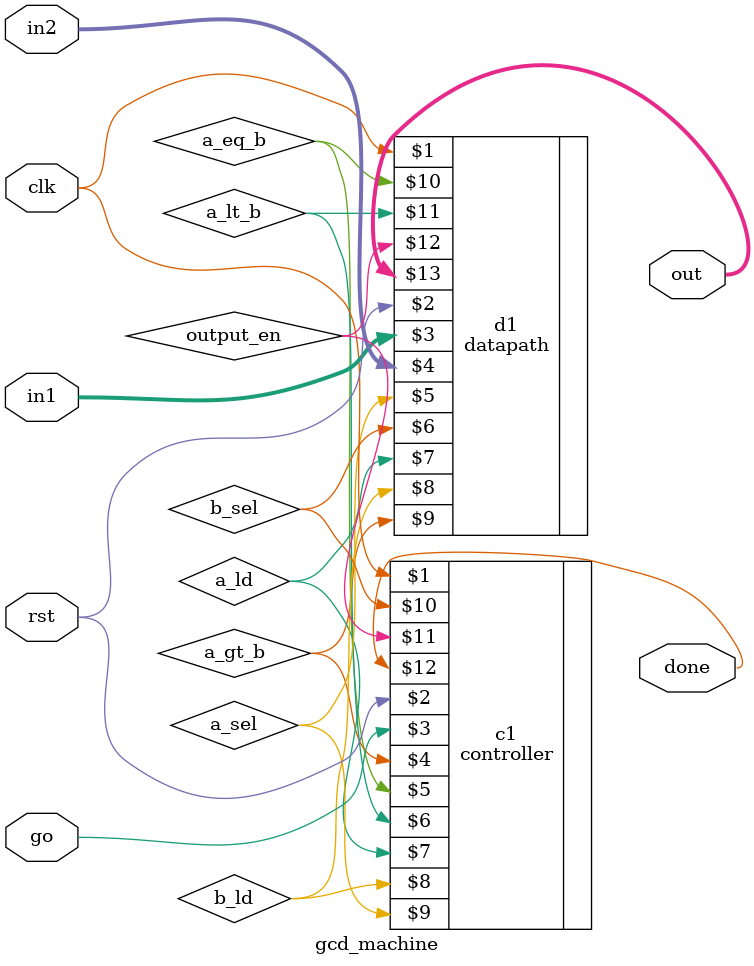
<source format=v>
module gcd_machine (clk, rst, go, in1, in2, out, done);
 
 
 input clk, rst, go;
 input[7:0] in1, in2;
 output[7:0] out;
 output done;
 
 
 wire a_gt_b, a_eq_b, a_lt_b;
 wire a_ld, a_sel, b_ld, b_sel;
 wire output_en;
 
 
 controller c1 (clk, rst, go, a_gt_b, a_eq_b, a_lt_b, a_ld, b_ld, a_sel, b_sel, output_en, done);
 
 datapath d1 (clk, rst, in1, in2, a_sel, b_sel, a_ld, b_ld, a_gt_b, a_eq_b, a_lt_b, output_en, out);
 
 endmodule
</source>
